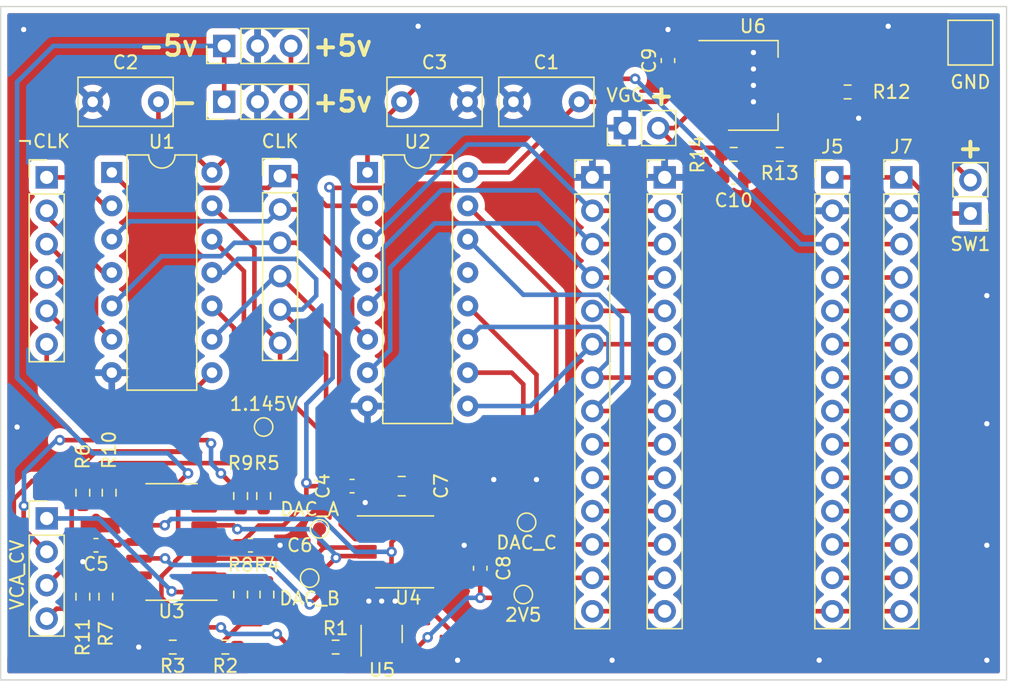
<source format=kicad_pcb>
(kicad_pcb (version 20211014) (generator pcbnew)
  (layers (0 "F.Cu" signal) (31 "B.Cu" signal) (34 "B.Paste" user) (35 "F.Paste" user) (36 "B.SilkS" user "B.Silkscreen") (37 "F.SilkS" user "F.Silkscreen") (38 "B.Mask" user) (39 "F.Mask" user) (44 "Edge.Cuts" user))
  (net 0 "")
  (net 1 "GND")
  (net 2 "+3V3")
  (net 3 "CLK1")
  (net 4 "CLK2")
  (net 5 "CLK3")
  (net 6 "CLK4")
  (net 7 "CLK5")
  (net 8 "CLK6")
  (net 9 "OUT1")
  (net 10 "OUT2")
  (net 11 "OUT3")
  (net 12 "OUT4")
  (net 13 "OUT5")
  (net 14 "OUT6")
  (net 15 "¬OUT1")
  (net 16 "¬OUT2")
  (net 17 "¬OUT3")
  (net 18 "¬OUT4")
  (net 19 "¬OUT5")
  (net 20 "¬OUT6")
  (net 21 "Net-(J2-Pad5)")
  (net 22 "Net-(J2-Pad9)")
  (net 23 "Net-(J2-Pad10)")
  (net 24 "Net-(J2-Pad11)")
  (net 25 "+5V")
  (net 26 "2V5")
  (net 27 "Net-(J2-Pad14)")
  (net 28 "Net-(J5-Pad1)")
  (net 29 "Net-(J5-Pad4)")
  (net 30 "Net-(J5-Pad5)")
  (net 31 "Net-(J5-Pad6)")
  (net 32 "Net-(J5-Pad7)")
  (net 33 "Net-(J5-Pad8)")
  (net 34 "Net-(J5-Pad9)")
  (net 35 "Net-(J5-Pad10)")
  (net 36 "Net-(J5-Pad11)")
  (net 37 "Net-(J5-Pad12)")
  (net 38 "Net-(J5-Pad13)")
  (net 39 "-5V")
  (net 40 "CS")
  (net 41 "MOSI")
  (net 42 "SCK")
  (net 43 "Net-(J9-Pad1)")
  (net 44 "Net-(J9-Pad2)")
  (net 45 "Net-(J9-Pad3)")
  (net 46 "Net-(J9-Pad4)")
  (net 47 "1.145V")
  (net 48 "Net-(R4-Pad2)")
  (net 49 "Net-(R5-Pad2)")
  (net 50 "Net-(R10-Pad1)")
  (net 51 "Net-(R11-Pad1)")
  (net 52 "/4.65V")
  (net 53 "Net-(R12-Pad2)")
  (net 54 "Net-(R13-Pad2)")
  (net 55 "Net-(U3-Pad3)")
  (net 61 "Net-(U3-Pad12)")
  (net 62 "Net-(U3-Pad10)")
  (net 63 "Net-(U3-Pad5)")
  (footprint "Resistor_SMD:R_0603_1608Metric_Pad0.98x0.95mm_HandSolder" (layer "F.Cu") (at 23 95.4125 90)
    (fp_text reference "R7")
    (fp_text value "10k")
  )
  (footprint "Capacitor_THT:C_Rect_L7.0mm_W3.5mm_P5.00mm" (layer "F.Cu") (at 59 57.75 180)
    (fp_text reference "C1")
    (fp_text value "100n")
  )
  (footprint "Capacitor_SMD:C_0603_1608Metric_Pad1.08x0.95mm_HandSolder" (layer "F.Cu") (at 41.725 87)
    (fp_text reference "C4")
    (fp_text value "100n")
  )
  (footprint "Package_TO_SOT_SMD:SOT-23" (layer "F.Cu") (at 43.975 98.25 90)
    (fp_text reference "U5")
    (fp_text value "TL431DBZ")
  )
  (footprint "Package_SO:TSSOP-16_4.4x5mm_P0.65mm" (layer "F.Cu") (at 45.725 92)
    (fp_text reference "U4")
    (fp_text value "AD5328BRUZ-REEL")
  )
  (footprint "Connector_PinHeader_2.54mm:PinHeader_1x03_P2.54mm_Vertical" (layer "F.Cu") (at 32 53.5 90)
    (fp_text reference "J8" hide)
    (fp_text value "PSU")
  )
  (footprint "Connector_PinHeader_2.54mm:PinHeader_1x04_P2.54mm_Vertical" (layer "F.Cu") (at 18.5 89.46)
    (fp_text reference "J9" hide)
    (fp_text value "VCA_CV")
  )
  (footprint "TestPoint:TestPoint_Pad_D1.0mm" (layer "F.Cu") (at 38.5 94)
    (fp_text reference "TP5")
    (fp_text value "DAC_B")
  )
  (footprint "TestPoint:TestPoint_Pad_D1.0mm" (layer "F.Cu") (at 39.25 90.25)
    (fp_text reference "TP2" hide)
    (fp_text value "DAC_A")
  )
  (footprint "Capacitor_THT:C_Rect_L7.0mm_W3.5mm_P5.00mm" (layer "F.Cu") (at 45.5 57.75)
    (fp_text reference "C3")
    (fp_text value "100n")
  )
  (footprint "Resistor_SMD:R_0603_1608Metric_Pad0.98x0.95mm_HandSolder" (layer "F.Cu") (at 33.25 87.75 90)
    (fp_text reference "R9")
    (fp_text value "5.6k")
  )
  (footprint "Capacitor_SMD:C_0603_1608Metric_Pad1.08x0.95mm_HandSolder" (layer "F.Cu") (at 70.75 63.5)
    (fp_text reference "C10")
    (fp_text value "1u")
  )
  (footprint "Resistor_SMD:R_0603_1608Metric_Pad0.98x0.95mm_HandSolder" (layer "F.Cu") (at 35 87.75 -90)
    (fp_text reference "R5")
    (fp_text value "10k")
  )
  (footprint "Connector_PinHeader_2.54mm:PinHeader_1x14_P2.54mm_Vertical" (layer "F.Cu") (at 65.5 63.5)
    (fp_text reference "J2" hide)
    (fp_text value "TeensyL")
  )
  (footprint "Capacitor_SMD:C_0603_1608Metric_Pad1.08x0.95mm_HandSolder" (layer "F.Cu") (at 22.25 91.5 180)
    (fp_text reference "C5")
    (fp_text value "100n")
  )
  (footprint "TestPoint:TestPoint_Pad_3.0x3.0mm" (layer "F.Cu") (at 88.75 53.25)
    (fp_text reference "TP7" hide)
    (fp_text value "GND")
  )
  (footprint "Connector_PinHeader_2.54mm:PinHeader_1x03_P2.54mm_Vertical" (layer "F.Cu") (at 32 57.75 90)
    (fp_text reference "J1" hide)
    (fp_text value "PSU")
  )
  (footprint "Resistor_SMD:R_0603_1608Metric_Pad0.98x0.95mm_HandSolder" (layer "F.Cu") (at 40.475 99.25)
    (fp_text reference "R1")
    (fp_text value "1k")
  )
  (footprint "Capacitor_SMD:C_0805_2012Metric_Pad1.18x1.45mm_HandSolder" (layer "F.Cu") (at 45.5 87 180)
    (fp_text reference "C7")
    (fp_text value "10u")
  )
  (footprint "Connector_PinHeader_2.54mm:PinHeader_1x06_P2.54mm_Vertical" (layer "F.Cu") (at 18.5 63.5)
    (fp_text reference "J4" hide)
    (fp_text value "¬CLK")
  )
  (footprint "TestPoint:TestPoint_Pad_D1.0mm" (layer "F.Cu") (at 55 89.75)
    (fp_text reference "TP4" hide)
    (fp_text value "DAC_C")
  )
  (footprint "Capacitor_SMD:C_0603_1608Metric_Pad1.08x0.95mm_HandSolder" (layer "F.Cu") (at 51.475 93.25 90)
    (fp_text reference "C8")
    (fp_text value "1u")
  )
  (footprint "Resistor_SMD:R_0603_1608Metric_Pad0.98x0.95mm_HandSolder" (layer "F.Cu") (at 23.25 87.5 90)
    (fp_text reference "R10")
    (fp_text value "5.6k")
  )
  (footprint "Connector_PinHeader_2.54mm:PinHeader_1x14_P2.54mm_Vertical" (layer "F.Cu") (at 78.25 63.5)
    (fp_text reference "J5")
    (fp_text value "TeensyR")
  )
  (footprint "Resistor_SMD:R_0603_1608Metric_Pad0.98x0.95mm_HandSolder" (layer "F.Cu") (at 28.0875 99.25 180)
    (fp_text reference "R3")
    (fp_text value "4.7k")
  )
  (footprint "Resistor_SMD:R_0603_1608Metric_Pad0.98x0.95mm_HandSolder" (layer "F.Cu") (at 32.0875 99.25 180)
    (fp_text reference "R2")
    (fp_text value "5.6k")
  )
  (footprint "Resistor_SMD:R_0603_1608Metric_Pad0.98x0.95mm_HandSolder" (layer "F.Cu") (at 21.25 87.5 -90)
    (fp_text reference "R6")
    (fp_text value "10k")
  )
  (footprint "Package_DIP:DIP-14_W7.62mm" (layer "F.Cu") (at 23.45 63.125)
    (fp_text reference "U1")
    (fp_text value "4069")
  )
  (footprint "Resistor_SMD:R_0603_1608Metric_Pad0.98x0.95mm_HandSolder" (layer "F.Cu") (at 33.25 95.25 -90)
    (fp_text reference "R8")
    (fp_text value "5.6k")
  )
  (footprint "Connector_PinHeader_2.54mm:PinHeader_1x14_P2.54mm_Vertical" (layer "F.Cu") (at 60 63.5)
    (fp_text reference "J6" hide)
    (fp_text value "TeensyL1")
  )
  (footprint "Resistor_SMD:R_0603_1608Metric_Pad0.98x0.95mm_HandSolder" (layer "F.Cu") (at 21.25 95.4125 -90)
    (fp_text reference "R11")
    (fp_text value "5.6k")
  )
  (footprint "TestPoint:TestPoint_Pad_D1.0mm" (layer "F.Cu") (at 54.75 95.25)
    (fp_text reference "TP1" hide)
    (fp_text value "2V5")
  )
  (footprint "Resistor_SMD:R_0603_1608Metric_Pad0.98x0.95mm_HandSolder" (layer "F.Cu") (at 35.25 95.25 90)
    (fp_text reference "R4")
    (fp_text value "10k")
  )
  (footprint "Package_TO_SOT_SMD:SOT-223-6" (layer "F.Cu") (at 72.25 56.5)
    (fp_text reference "U6")
    (fp_text value "MCP1826-ADJE/AT")
  )
  (footprint "Capacitor_SMD:C_0603_1608Metric_Pad1.08x0.95mm_HandSolder" (layer "F.Cu") (at 65.75 54.6125 90)
    (fp_text reference "C9")
    (fp_text value "1u")
  )
  (footprint "Resistor_SMD:R_0603_1608Metric_Pad0.98x0.95mm_HandSolder" (layer "F.Cu") (at 79.4125 57 180)
    (fp_text reference "R12")
    (fp_text value "15k")
  )
  (footprint "Capacitor_THT:C_Rect_L7.0mm_W3.5mm_P5.00mm" (layer "F.Cu") (at 27 57.75 180)
    (fp_text reference "C2")
    (fp_text value "100n")
  )
  (footprint "Resistor_SMD:R_0603_1608Metric_Pad0.98x0.95mm_HandSolder" (layer "F.Cu") (at 74.25 61.75 180)
    (fp_text reference "R13")
    (fp_text value "150k")
  )
  (footprint "Connector_PinHeader_2.54mm:PinHeader_1x02_P2.54mm_Vertical" (layer "F.Cu") (at 62.475 59.75 90)
    (fp_text reference "J10" hide)
    (fp_text value "VGG")
  )
  (footprint "TestPoint:TestPoint_Pad_D1.0mm" (layer "F.Cu") (at 35 82.5)
    (fp_text reference "TP6")
    (fp_text value "1.145V")
  )
  (footprint "Connector_PinHeader_2.54mm:PinHeader_1x06_P2.54mm_Vertical" (layer "F.Cu") (at 36.25 63.4)
    (fp_text reference "J3" hide)
    (fp_text value "CLK")
  )
  (footprint "Package_SO:SO-14_3.9x8.65mm_P1.27mm" (layer "F.Cu") (at 28 91.25 180)
    (fp_text reference "U3")
    (fp_text value "LM324")
  )
  (footprint "Resistor_SMD:R_0603_1608Metric_Pad0.98x0.95mm_HandSolder" (layer "F.Cu") (at 70.75 61.75 180)
    (fp_text reference "R14")
    (fp_text value "5.2k")
  )
  (footprint "Capacitor_SMD:C_0603_1608Metric_Pad1.08x0.95mm_HandSolder" (layer "F.Cu") (at 34 91.5)
    (fp_text reference "C6")
    (fp_text value "100n")
  )
  (footprint "Package_DIP:DIP-16_W7.62mm" (layer "F.Cu") (at 42.9 63.125)
    (fp_text reference "U2")
    (fp_text value "4010")
  )
  (footprint "Connector_PinHeader_2.54mm:PinHeader_1x14_P2.54mm_Vertical" (layer "F.Cu") (at 83.5 63.5)
    (fp_text reference "J7")
    (fp_text value "TeensyR1")
  )
  (footprint "Connector_PinHeader_2.54mm:PinHeader_1x02_P2.54mm_Vertical" (layer "F.Cu") (at 88.75 66.25 180)
    (fp_text reference "SW1")
    (fp_text value "Teensy Vin")
  )
  (gr_rect (start 15 50.5) (end 91.5 101.75) (layer "Edge.Cuts") (width 0.1) (fill none))
  (gr_text "+" (at 88.75 61.25) (layer "F.SilkS") (effects (font (size 1.5 1.5) (thickness 0.3))))
  (gr_text "+" (at 65.25 57.25) (layer "F.SilkS") (effects (font (size 1.5 1.5) (thickness 0.3))))
  (gr_text "+5v" (at 41 57.75) (layer "F.SilkS") (effects (font (size 1.5 1.5) (thickness 0.3))))
  (gr_text "+5v" (at 41 53.5) (layer "F.SilkS") (effects (font (size 1.5 1.5) (thickness 0.3))))
  (gr_text "-5v" (at 27.75 53.5) (layer "F.SilkS") (effects (font (size 1.5 1.5) (thickness 0.3))))
  (gr_text "-" (at 29 57.75) (layer "F.SilkS") (effects (font (size 1.5 1.5) (thickness 0.3))))
  (segment (start 78.25 66.04) (end 83.5 66.04) (width 0.35) (layer "F.Cu") (net 1))
  (segment (start 43.975 97.3125) (end 43.975 95.75) (width 0.35) (layer "F.Cu") (net 1))
  (segment (start 42.8625 89.725) (end 42.8625 88.3875) (width 0.35) (layer "F.Cu") (net 1))
  (segment (start 49.775 91.025) (end 48.5875 91.025) (width 0.35) (layer "F.Cu") (net 1))
  (segment (start 80.325 57) (end 80.325 58.925) (width 0.35) (layer "F.Cu") (net 1))
  (segment (start 69.1125 56.5) (end 72.25 56.5) (width 0.35) (layer "F.Cu") (net 1))
  (segment (start 21.3875 91.5) (end 21.3875 92.6125) (width 0.35) (layer "F.Cu") (net 1))
  (segment (start 27.175 99.25) (end 25.5 99.25) (width 0.35) (layer "F.Cu") (net 1))
  (segment (start 65.75 53.75) (end 65.75 52.25) (width 0.35) (layer "F.Cu") (net 1))
  (segment (start 60 63.5) (end 65.5 63.5) (width 0.35) (layer "F.Cu") (net 1))
  (segment (start 21.3875 92.6125) (end 21.25 92.75) (width 0.35) (layer "F.Cu") (net 1))
  (segment (start 50.25 91.5) (end 50.5875 91.5) (width 0.35) (layer "F.Cu") (net 1))
  (segment (start 50.5875 91.5) (end 51.475 92.3875) (width 0.35) (layer "F.Cu") (net 1))
  (segment (start 42.8625 88.3875) (end 42.725 88.25) (width 0.35) (layer "F.Cu") (net 1))
  (segment (start 80.325 58.925) (end 80.25 59) (width 0.35) (layer "F.Cu") (net 1))
  (segment (start 42.5875 87) (end 44.4625 87) (width 0.35) (layer "F.Cu") (net 1))
  (segment (start 34.8625 91.5) (end 36.25 91.5) (width 0.35) (layer "F.Cu") (net 1))
  (segment (start 42.5875 87) (end 42.5875 88.1125) (width 0.35) (layer "F.Cu") (net 1))
  (segment (start 42.5875 88.1125) (end 42.725 88.25) (width 0.35) (layer "F.Cu") (net 1))
  (segment (start 50.25 91.5) (end 49.775 91.025) (width 0.35) (layer "F.Cu") (net 1))
  (via (at 16.25 82.5) (size 0.8) (drill 0.4) (layers "F.Cu" "B.Cu") (net 1))
  (via (at 90 82.25) (size 0.8) (drill 0.4) (layers "F.Cu" "B.Cu") (net 1))
  (via (at 90 100.25) (size 0.8) (drill 0.4) (layers "F.Cu" "B.Cu") (net 1))
  (via (at 61.5 100.25) (size 0.8) (drill 0.4) (layers "F.Cu" "B.Cu") (net 1))
  (via (at 25.5 99.25) (size 0.8) (drill 0.4) (layers "F.Cu" "B.Cu") (net 1))
  (via (at 43.975 95.75) (size 0.8) (drill 0.4) (layers "F.Cu" "B.Cu") (net 1))
  (via (at 72.25 57.75) (size 0.8) (drill 0.4) (layers "F.Cu" "B.Cu") (net 1))
  (via (at 46.75 52) (size 0.8) (drill 0.4) (layers "F.Cu" "B.Cu") (net 1))
  (via (at 72.25 56.5) (size 0.8) (drill 0.4) (layers "F.Cu" "B.Cu") (net 1))
  (via (at 90 91.5) (size 0.8) (drill 0.4) (layers "F.Cu" "B.Cu") (net 1))
  (via (at 52.5 86.5) (size 0.8) (drill 0.4) (layers "F.Cu" "B.Cu") (net 1))
  (via (at 50.25 91.5) (size 0.8) (drill 0.4) (layers "F.Cu" "B.Cu") (net 1))
  (via (at 42.725 88.25) (size 0.8) (drill 0.4) (layers "F.Cu" "B.Cu") (net 1))
  (via (at 90 72.5) (size 0.8) (drill 0.4) (layers "F.Cu" "B.Cu") (net 1))
  (via (at 45 95.75) (size 0.8) (drill 0.4) (layers "F.Cu" "B.Cu") (net 1))
  (via (at 65.75 52.25) (size 0.8) (drill 0.4) (layers "F.Cu" "B.Cu") (net 1))
  (via (at 77.25 100.25) (size 0.8) (drill 0.4) (layers "F.Cu" "B.Cu") (net 1))
  (via (at 36.25 91.5) (size 0.8) (drill 0.4) (layers "F.Cu" "B.Cu") (net 1))
  (via (at 72.25 55.25) (size 0.8) (drill 0.4) (layers "F.Cu" "B.Cu") (net 1))
  (via (at 80.25 59) (size 0.8) (drill 0.4) (layers "F.Cu" "B.Cu") (net 1))
  (via (at 43 95.75) (size 0.8) (drill 0.4) (layers "F.Cu" "B.Cu") (net 1))
  (via (at 21.25 92.75) (size 0.8) (drill 0.4) (layers "F.Cu" "B.Cu") (net 1))
  (via (at 49.75 100.25) (size 0.8) (drill 0.4) (layers "F.Cu" "B.Cu") (net 1))
  (via (at 82.5 52) (size 0.8) (drill 0.4) (layers "F.Cu" "B.Cu") (net 1))
  (via (at 16.75 52.25) (size 0.8) (drill 0.4) (layers "F.Cu" "B.Cu") (net 1))
  (via (at 55.75 86.5) (size 0.8) (drill 0.4) (layers "F.Cu" "B.Cu") (net 1))
  (via (at 72.25 54) (size 0.8) (drill 0.4) (layers "F.Cu" "B.Cu") (net 1))
  (segment (start 47.25 56) (end 63.25 56) (width 0.35) (layer "F.Cu") (net 2))
  (segment (start 45.5 57.75) (end 47.25 56) (width 0.35) (layer "F.Cu") (net 2))
  (segment (start 78.25 68.58) (end 83.5 68.58) (width 0.35) (layer "F.Cu") (net 2))
  (segment (start 42.9 60.35) (end 45.5 57.75) (width 0.35) (layer "F.Cu") (net 2))
  (segment (start 42.9 63.125) (end 42.9 60.35) (width 0.35) (layer "F.Cu") (net 2))
  (via (at 63.25 56) (size 0.8) (drill 0.4) (layers "F.Cu" "B.Cu") (net 2))
  (segment (start 75.83 68.58) (end 78.25 68.58) (width 0.35) (layer "B.Cu") (net 2))
  (segment (start 63.25 56) (end 75.83 68.58) (width 0.35) (layer "B.Cu") (net 2))
  (segment (start 65.5 66.04) (end 60 66.04) (width 0.35) (layer "F.Cu") (net 3))
  (segment (start 50.5 61) (end 54.96 61) (width 0.35) (layer "B.Cu") (net 3))
  (segment (start 54.96 61) (end 60 66.04) (width 0.35) (layer "B.Cu") (net 3))
  (segment (start 43.295 68.205) (end 50.5 61) (width 0.35) (layer "B.Cu") (net 3))
  (segment (start 42.9 68.205) (end 43.295 68.205) (width 0.35) (layer "B.Cu") (net 3))
  (segment (start 60 68.58) (end 65.5 68.58) (width 0.35) (layer "F.Cu") (net 4))
  (segment (start 42.9 73.285) (end 44.074511 72.110489) (width 0.35) (layer "B.Cu") (net 4))
  (segment (start 44.074511 68.925489) (end 48.509511 64.490489) (width 0.35) (layer "B.Cu") (net 4))
  (segment (start 55.910489 64.490489) (end 60 68.58) (width 0.35) (layer "B.Cu") (net 4))
  (segment (start 48.509511 64.490489) (end 55.910489 64.490489) (width 0.35) (layer "B.Cu") (net 4))
  (segment (start 44.074511 72.110489) (end 44.074511 68.925489) (width 0.35) (layer "B.Cu") (net 4))
  (segment (start 65.5 71.12) (end 60 71.12) (width 0.35) (layer "F.Cu") (net 5))
  (segment (start 42.9 78.365) (end 44.624031 76.640969) (width 0.35) (layer "B.Cu") (net 5))
  (segment (start 44.624031 76.640969) (end 44.624031 70.375969) (width 0.35) (layer "B.Cu") (net 5))
  (segment (start 48 67) (end 55.88 67) (width 0.35) (layer "B.Cu") (net 5))
  (segment (start 44.624031 70.375969) (end 48 67) (width 0.35) (layer "B.Cu") (net 5))
  (segment (start 55.88 67) (end 60 71.12) (width 0.35) (layer "B.Cu") (net 5))
  (segment (start 60 76.2) (end 65.5 76.2) (width 0.35) (layer "F.Cu") (net 6))
  (segment (start 55.295 80.905) (end 60 76.2) (width 0.35) (layer "B.Cu") (net 6))
  (segment (start 50.52 80.905) (end 55.295 80.905) (width 0.35) (layer "B.Cu") (net 6))
  (segment (start 65.5 78.74) (end 60 78.74) (width 0.35) (layer "F.Cu") (net 7))
  (segment (start 51.460489 74.884511) (end 60.584991 74.884511) (width 0.35) (layer "B.Cu") (net 7))
  (segment (start 61.224511 77.515489) (end 60 78.74) (width 0.35) (layer "B.Cu") (net 7))
  (segment (start 61.224511 75.524031) (end 61.224511 77.515489) (width 0.35) (layer "B.Cu") (net 7))
  (segment (start 60.584991 74.884511) (end 61.224511 75.524031) (width 0.35) (layer "B.Cu") (net 7))
  (segment (start 50.52 75.825) (end 51.460489 74.884511) (width 0.35) (layer "B.Cu") (net 7))
  (segment (start 60 81.28) (end 65.5 81.28) (width 0.35) (layer "F.Cu") (net 8))
  (segment (start 62.25 79.03) (end 60 81.28) (width 0.35) (layer "B.Cu") (net 8))
  (segment (start 50.52 68.205) (end 54.750489 72.435489) (width 0.35) (layer "B.Cu") (net 8))
  (segment (start 62.25 74.178279) (end 62.25 79.03) (width 0.35) (layer "B.Cu") (net 8))
  (segment (start 60.50721 72.435489) (end 62.25 74.178279) (width 0.35) (layer "B.Cu") (net 8))
  (segment (start 54.750489 72.435489) (end 60.50721 72.435489) (width 0.35) (layer "B.Cu") (net 8))
  (segment (start 23.45 63.125) (end 24.624511 64.299511) (width 0.35) (layer "F.Cu") (net 9))
  (segment (start 37.5 63.4) (end 36.25 63.4) (width 0.35) (layer "F.Cu") (net 9))
  (segment (start 39.765 65.665) (end 37.5 63.4) (width 0.35) (layer "F.Cu") (net 9))
  (segment (start 42.9 65.665) (end 39.765 65.665) (width 0.35) (layer "F.Cu") (net 9))
  (segment (start 35.350489 64.299511) (end 36.25 63.4) (width 0.35) (layer "F.Cu") (net 9))
  (segment (start 24.624511 64.299511) (end 35.350489 64.299511) (width 0.35) (layer "F.Cu") (net 9))
  (segment (start 42.305 70.745) (end 42.9 70.745) (width 0.35) (layer "F.Cu") (net 10))
  (segment (start 37.5 65.94) (end 42.305 70.745) (width 0.35) (layer "F.Cu") (net 10))
  (segment (start 36.25 65.94) (end 37.5 65.94) (width 0.35) (layer "F.Cu") (net 10))
  (segment (start 23.45 68.205) (end 24.815489 66.839511) (width 0.35) (layer "B.Cu") (net 10))
  (segment (start 35.350489 66.839511) (end 36.25 65.94) (width 0.35) (layer "B.Cu") (net 10))
  (segment (start 24.815489 66.839511) (end 35.350489 66.839511) (width 0.35) (layer "B.Cu") (net 10))
  (segment (start 36.25 68.48) (end 37.5 68.48) (width 0.35) (layer "F.Cu") (net 11))
  (segment (start 41.725489 72.705489) (end 41.725489 74.650489) (width 0.35) (layer "F.Cu") (net 11))
  (segment (start 37.5 68.48) (end 41.725489 72.705489) (width 0.35) (layer "F.Cu") (net 11))
  (segment (start 41.725489 74.650489) (end 42.9 75.825) (width 0.35) (layer "F.Cu") (net 11))
  (segment (start 27.235 69.5) (end 31.75 69.5) (width 0.35) (layer "B.Cu") (net 11))
  (segment (start 31.75 69.5) (end 32.77 68.48) (width 0.35) (layer "B.Cu") (net 11))
  (segment (start 32.77 68.48) (end 36.25 68.48) (width 0.35) (layer "B.Cu") (net 11))
  (segment (start 23.45 73.285) (end 27.235 69.5) (width 0.35) (layer "B.Cu") (net 11))
  (segment (start 53.75 82.75) (end 54.75 81.75) (width 0.35) (layer "F.Cu") (net 12))
  (segment (start 42.25 82.75) (end 53.75 82.75) (width 0.35) (layer "F.Cu") (net 12))
  (segment (start 36.25 71.02) (end 40.75 75.52) (width 0.35) (layer "F.Cu") (net 12))
  (segment (start 53.865 78.365) (end 50.52 78.365) (width 0.35) (layer "F.Cu") (net 12))
  (segment (start 54.75 79.25) (end 53.865 78.365) (width 0.35) (layer "F.Cu") (net 12))
  (segment (start 54.75 81.75) (end 54.75 79.25) (width 0.35) (layer "F.Cu") (net 12))
  (segment (start 40.75 81.25) (end 42.25 82.75) (width 0.35) (layer "F.Cu") (net 12))
  (segment (start 40.75 75.52) (end 40.75 81.25) (width 0.35) (layer "F.Cu") (net 12))
  (segment (start 31.07 75.825) (end 35.875 71.02) (width 0.35) (layer "B.Cu") (net 12))
  (segment (start 35.875 71.02) (end 36.25 71.02) (width 0.35) (layer "B.Cu") (net 12))
  (segment (start 55.75 78.515) (end 50.52 73.285) (width 0.35) (layer "F.Cu") (net 13))
  (segment (start 54.5 83.5) (end 55.75 82.25) (width 0.35) (layer "F.Cu") (net 13))
  (segment (start 55.75 82.25) (end 55.75 78.515) (width 0.35) (layer "F.Cu") (net 13))
  (segment (start 39.75 81.75) (end 41.5 83.5) (width 0.35) (layer "F.Cu") (net 13))
  (segment (start 41.5 83.5) (end 54.5 83.5) (width 0.35) (layer "F.Cu") (net 13))
  (segment (start 39.75 77.06) (end 39.75 81.75) (width 0.35) (layer "F.Cu") (net 13))
  (segment (start 36.25 73.56) (end 39.75 77.06) (width 0.35) (layer "F.Cu") (net 13))
  (segment (start 33.045489 69.704511) (end 37.454511 69.704511) (width 0.35) (layer "B.Cu") (net 13))
  (segment (start 39 72.5) (end 37.94 73.56) (width 0.35) (layer "B.Cu") (net 13))
  (segment (start 31.07 70.745) (end 32.005 70.745) (width 0.35) (layer "B.Cu") (net 13))
  (segment (start 32.005 70.745) (end 33.045489 69.704511) (width 0.35) (layer "B.Cu") (net 13))
  (segment (start 37.454511 69.704511) (end 39 71.25) (width 0.35) (layer "B.Cu") (net 13))
  (segment (start 37.94 73.56) (end 36.25 73.56) (width 0.35) (layer "B.Cu") (net 13))
  (segment (start 39 71.25) (end 39 72.5) (width 0.35) (layer "B.Cu") (net 13))
  (segment (start 36.25 79.75) (end 41 84.5) (width 0.35) (layer "F.Cu") (net 14))
  (segment (start 34.29952 68.89452) (end 34.29952 74.14952) (width 0.35) (layer "F.Cu") (net 14))
  (segment (start 34.29952 74.14952) (end 36.25 76.1) (width 0.35) (layer "F.Cu") (net 14))
  (segment (start 31.07 65.665) (end 34.29952 68.89452) (width 0.35) (layer "F.Cu") (net 14))
  (segment (start 41 84.5) (end 55 84.5) (width 0.35) (layer "F.Cu") (net 14))
  (segment (start 55 84.5) (end 57.25 82.25) (width 0.35) (layer "F.Cu") (net 14))
  (segment (start 36.25 76.1) (end 36.25 79.75) (width 0.35) (layer "F.Cu") (net 14))
  (segment (start 57.25 82.25) (end 57.25 72.395) (width 0.35) (layer "F.Cu") (net 14))
  (segment (start 57.25 72.395) (end 50.52 65.665) (width 0.35) (layer "F.Cu") (net 14))
  (segment (start 22.915 65.665) (end 23.45 65.665) (width 0.35) (layer "F.Cu") (net 15))
  (segment (start 18.5 63.5) (end 20.75 63.5) (width 0.35) (layer "F.Cu") (net 15))
  (segment (start 20.75 63.5) (end 22.915 65.665) (width 0.35) (layer "F.Cu") (net 15))
  (segment (start 18.5 66.04) (end 18.5 66.44) (width 0.35) (layer "F.Cu") (net 16))
  (segment (start 18.5 66.44) (end 22.805 70.745) (width 0.35) (layer "F.Cu") (net 16))
  (segment (start 22.805 70.745) (end 23.45 70.745) (width 0.35) (layer "F.Cu") (net 16))
  (segment (start 18.58 68.58) (end 22.25 72.25) (width 0.35) (layer "F.Cu") (net 17))
  (segment (start 22.25 74.625) (end 23.45 75.825) (width 0.35) (layer "F.Cu") (net 17))
  (segment (start 22.25 72.25) (end 22.25 74.625) (width 0.35) (layer "F.Cu") (net 17))
  (segment (start 18.5 68.58) (end 18.58 68.58) (width 0.35) (layer "F.Cu") (net 17))
  (segment (start 21.5 73.25) (end 21.5 78.75) (width 0.35) (layer "F.Cu") (net 18))
  (segment (start 18.5 71.12) (end 19.37 71.12) (width 0.35) (layer "F.Cu") (net 18))
  (segment (start 23.25 80.5) (end 28.935 80.5) (width 0.35) (layer "F.Cu") (net 18))
  (segment (start 21.5 78.75) (end 23.25 80.5) (width 0.35) (layer "F.Cu") (net 18))
  (segment (start 19.37 71.12) (end 21.5 73.25) (width 0.35) (layer "F.Cu") (net 18))
  (segment (start 28.935 80.5) (end 31.07 78.365) (width 0.35) (layer "F.Cu") (net 18))
  (segment (start 20.25 75.41) (end 20.25 79.5) (width 0.35) (layer "F.Cu") (net 19))
  (segment (start 22 81.25) (end 30.75 81.25) (width 0.35) (layer "F.Cu") (net 19))
  (segment (start 30.75 81.25) (end 32.75 79.25) (width 0.35) (layer "F.Cu") (net 19))
  (segment (start 32.75 74.965) (end 31.07 73.285) (width 0.35) (layer "F.Cu") (net 19))
  (segment (start 20.25 79.5) (end 22 81.25) (width 0.35) (layer "F.Cu") (net 19))
  (segment (start 18.5 73.66) (end 20.25 75.41) (width 0.35) (layer "F.Cu") (net 19))
  (segment (start 32.75 79.25) (end 32.75 74.965) (width 0.35) (layer "F.Cu") (net 19))
  (segment (start 21.04952 82.29952) (end 30.977619 82.299519) (width 0.35) (layer "F.Cu") (net 20))
  (segment (start 30.977619 82.299519) (end 33.5 79.777138) (width 0.35) (layer "F.Cu") (net 20))
  (segment (start 33.5 70.635) (end 31.07 68.205) (width 0.35) (layer "F.Cu") (net 20))
  (segment (start 18.5 76.2) (end 18.5 79.75) (width 0.35) (layer "F.Cu") (net 20))
  (segment (start 18.5 79.75) (end 21.04952 82.29952) (width 0.35) (layer "F.Cu") (net 20))
  (segment (start 33.5 79.777138) (end 33.5 70.635) (width 0.35) (layer "F.Cu") (net 20))
  (segment (start 60 73.66) (end 65.5 73.66) (width 0.35) (layer "F.Cu") (net 21))
  (segment (start 65.5 83.82) (end 60 83.82) (width 0.35) (layer "F.Cu") (net 22))
  (segment (start 60 86.36) (end 65.5 86.36) (width 0.35) (layer "F.Cu") (net 23))
  (segment (start 65.5 88.9) (end 60 88.9) (width 0.35) (layer "F.Cu") (net 24))
  (segment (start 36.5 90) (end 34.6375 90) (width 0.35) (layer "F.Cu") (net 25))
  (segment (start 37.08 59.654022) (end 38.962989 61.537011) (width 0.35) (layer "F.Cu") (net 25))
  (segment (start 38.5 87) (end 40.8625 87) (width 0.35) (layer "F.Cu") (net 25))
  (segment (start 27 57.75) (end 27 59.055) (width 0.35) (layer "F.Cu") (net 25))
  (segment (start 34.6375 90) (end 33.1375 91.5) (width 0.35) (layer "F.Cu") (net 25))
  (segment (start 40.8625 87) (end 40.8625 89.934532) (width 0.35) (layer "F.Cu") (net 25))
  (segment (start 38.675978 61.25) (end 32.945 61.25) (width 0.35) (layer "F.Cu") (net 25))
  (segment (start 37.08 57.75) (end 37.08 59.654022) (width 0.35) (layer "F.Cu") (net 25))
  (segment (start 29.75 91.25) (end 28.274511 92.725489) (width 0.35) (layer "F.Cu") (net 25))
  (segment (start 41.725489 64.299511) (end 38.962989 61.537011) (width 0.35) (layer "F.Cu") (net 25))
  (segment (start 37.08 53.5) (end 37.08 57.75) (width 0.35) (layer "F.Cu") (net 25))
  (segment (start 59 57.75) (end 65.5 57.75) (width 0.35) (layer "F.Cu") (net 25))
  (segment (start 41.799511 64.299511) (end 40.049511 64.299511) (width 0.35) (layer "F.Cu") (net 25))
  (segment (start 41.952968 91.025) (end 42.8625 91.025) (width 0.35) (layer "F.Cu") (net 25))
  (segment (start 27.225489 93.869836) (end 27.225489 95.475489) (width 0.35) (layer "F.Cu") (net 25))
  (segment (start 40.049511 64.299511) (end 40 64.25) (width 0.35) (layer "F.Cu") (net 25))
  (segment (start 77.79 52.75) (end 88.75 63.71) (width 0.35) (layer "F.Cu") (net 25))
  (segment (start 65.75 55.475) (end 65.995 55.23) (width 0.35) (layer "F.Cu") (net 25))
  (segment (start 53.625 63.125) (end 45.249022 63.125) (width 0.35) (layer "F.Cu") (net 25))
  (segment (start 41.799511 64.299511) (end 41.725489 64.299511) (width 0.35) (layer "F.Cu") (net 25))
  (segment (start 45.75 85.75) (end 46.5375 86.5375) (width 0.35) (layer "F.Cu") (net 25))
  (segment (start 40.8625 87) (end 42.1125 85.75) (width 0.35) (layer "F.Cu") (net 25))
  (segment (start 38.25 88.25) (end 36.5 90) (width 0.35) (layer "F.Cu") (net 25))
  (segment (start 28.274511 92.725489) (end 28.274511 92.820814) (width 0.35) (layer "F.Cu") (net 25))
  (segment (start 68.02 55.23) (end 68.68 55.23) (width 0.35) (layer "F.Cu") (net 25))
  (segment (start 28.274511 92.820814) (end 27.225489 93.869836) (width 0.35) (layer "F.Cu") (net 25))
  (segment (start 29.5 97.75) (end 31.75 97.75) (width 0.35) (layer "F.Cu") (net 25))
  (segment (start 38.962989 61.537011) (end 38.675978 61.25) (width 0.35) (layer "F.Cu") (net 25))
  (segment (start 69.1125 53.96) (end 70.3225 52.75) (width 0.35) (layer "F.Cu") (net 25))
  (segment (start 37 99.25) (end 36 98.25) (width 0.35) (layer "F.Cu") (net 25))
  (segment (start 42.103928 91.025) (end 42.8625 91.025) (width 0.35) (layer "F.Cu") (net 25))
  (segment (start 59 57.75) (end 53.625 63.125) (width 0.35) (layer "F.Cu") (net 25))
  (segment (start 69.1125 55.23) (end 69.1125 53.96) (width 0.35) (layer "F.Cu") (net 25))
  (segment (start 44.074511 64.299511) (end 41.799511 64.299511) (width 0.35) (layer "F.Cu") (net 25))
  (segment (start 42.1125 85.75) (end 45.75 85.75) (width 0.35) (layer "F.Cu") (net 25))
  (segment (start 46.5375 86.5375) (end 46.5375 87) (width 0.35) (layer "F.Cu") (net 25))
  (segment (start 38.25 86.75) (end 38.5 87) (width 0.35) (layer "F.Cu") (net 25))
  (segment (start 27 59.055) (end 31.07 63.125) (width 0.35) (layer "F.Cu") (net 25))
  (segment (start 32.945 61.25) (end 31.07 63.125) (width 0.35) (layer "F.Cu") (net 25))
  (segment (start 45.249022 63.125) (end 44.074511 64.299511) (width 0.35) (layer "F.Cu") (net 25))
  (segment (start 38.25 86.75) (end 38.25 88.25) (width 0.35) (layer "F.Cu") (net 25))
  (segment (start 70.3225 52.75) (end 77.79 52.75) (width 0.35) (layer "F.Cu") (net 25))
  (segment (start 68.68 55.23) (end 69.1125 55.23) (width 0.35) (layer "F.Cu") (net 25))
  (segment (start 30.475 91.25) (end 29.75 91.25) (width 0.35) (layer "F.Cu") (net 25))
  (segment (start 39.5625 99.25) (end 37 99.25) (width 0.35) (layer "F.Cu") (net 25))
  (segment (start 40.8625 89.934532) (end 41.952968 91.025) (width 0.35) (layer "F.Cu") (net 25))
  (segment (start 32.8875 91.25) (end 33.1375 91.5) (width 0.35) (layer "F.Cu") (net 25))
  (segment (start 65.995 55.23) (end 68.68 55.23) (width 0.35) (layer "F.Cu") (net 25))
  (segment (start 27.225489 95.475489) (end 29.5 97.75) (width 0.35) (layer "F.Cu") (net 25))
  (segment (start 30.475 91.25) (end 32.8875 91.25) (width 0.35) (layer "F.Cu") (net 25))
  (segment (start 65.5 57.75) (end 68.02 55.23) (width 0.35) (layer "F.Cu") (net 25))
  (via (at 36 98.25) (size 0.8) (drill 0.4) (layers "F.Cu" "B.Cu") (net 25))
  (via (at 38.25 86.75) (size 0.8) (drill 0.4) (layers "F.Cu" "B.Cu") (net 25))
  (via (at 40 64.25) (size 0.8) (drill 0.4) (layers "F.Cu" "B.Cu") (net 25))
  (via (at 31.75 97.75) (size 0.8) (drill 0.4) (layers "F.Cu" "B.Cu") (net 25))
  (segment (start 38.25 80.75) (end 40.25 78.75) (width 0.35) (layer "B.Cu") (net 25))
  (segment (start 40.25 78.75) (end 40.25 64.5) (width 0.35) (layer "B.Cu") (net 25))
  (segment (start 32.25 98.25) (end 36 98.25) (width 0.35) (layer "B.Cu") (net 25))
  (segment (start 31.75 97.75) (end 32.25 98.25) (width 0.35) (layer "B.Cu") (net 25))
  (segment (start 38.25 86.75) (end 38.25 80.75) (width 0.35) (layer "B.Cu") (net 25))
  (segment (start 40.25 64.5) (end 40 64.25) (width 0.35) (layer "B.Cu") (net 25))
  (segment (start 51.475 95.5) (end 51.475 94.1125) (width 0.35) (layer "F.Cu") (net 26))
  (segment (start 54.5 95.5) (end 54.75 95.25) (width 0.35) (layer "F.Cu") (net 26))
  (segment (start 42.8375 94.25) (end 42.8625 94.275) (width 0.35) (layer "F.Cu") (net 26))
  (segment (start 41.725 94.5) (end 41.725 98.9125) (width 0.35) (layer "F.Cu") (net 26))
  (segment (start 41.45 99.1875) (end 41.3875 99.25) (width 0.35) (layer "F.Cu") (net 26))
  (segment (start 44.925 99.1875) (end 46.7875 99.1875) (width 0.35) (layer "F.Cu") (net 26))
  (segment (start 41.725 98.9125) (end 41.3875 99.25) (width 0.35) (layer "F.Cu") (net 26))
  (segment (start 43.025 99.1875) (end 44.925 99.1875) (width 0.35) (layer "F.Cu") (net 26))
  (segment (start 41.975 94.25) (end 42.8375 94.25) (width 0.35) (layer "F.Cu") (net 26))
  (segment (start 34.25 100.5) (end 33 99.25) (width 0.35) (layer "F.Cu") (net 26))
  (segment (start 41.725 94.5) (end 41.975 94.25) (width 0.35) (layer "F.Cu") (net 26))
  (segment (start 40.725 100.5) (end 34.25 100.5) (width 0.35) (layer "F.Cu") (net 26))
  (segment (start 46.7875 99.1875) (end 47.475 98.5) (width 0.35) (layer "F.Cu") (net 26))
  (segment (start 41.3875 99.8375) (end 40.725 100.5) (width 0.35) (layer "F.Cu") (net 26))
  (segment (start 51.475 95.5) (end 54.5 95.5) (width 0.35) (layer "F.Cu") (net 26))
  (segment (start 41.3875 99.25) (end 41.3875 99.8375) (width 0.35) (layer "F.Cu") (net 26))
  (segment (start 43.025 99.1875) (end 41.45 99.1875) (width 0.35) (layer "F.Cu") (net 26))
  (via (at 47.475 98.5) (size 0.8) (drill 0.4) (layers "F.Cu" "B.Cu") (net 26))
  (via (at 51.475 95.5) (size 0.8) (drill 0.4) (layers "F.Cu" "B.Cu") (net 26))
  (segment (start 50.475 95.5) (end 51.475 95.5) (width 0.35) (layer "B.Cu") (net 26))
  (segment (start 47.475 98.5) (end 50.475 95.5) (width 0.35) (layer "B.Cu") (net 26))
  (segment (start 60 96.52) (end 65.5 96.52) (width 0.35) (layer "F.Cu") (net 27))
  (segment (start 86.75 66.25) (end 88.75 66.25) (width 0.35) (layer "F.Cu") (net 28))
  (segment (start 78.25 63.5) (end 83.5 63.5) (width 0.35) (layer "F.Cu") (net 28))
  (segment (start 84 63.5) (end 86.75 66.25) (width 0.35) (layer "F.Cu") (net 28))
  (segment (start 83.5 63.5) (end 84 63.5) (width 0.35) (layer "F.Cu") (net 28))
  (segment (start 78.25 71.12) (end 83.5 71.12) (width 0.35) (layer "F.Cu") (net 29))
  (segment (start 78.25 73.66) (end 83.5 73.66) (width 0.35) (layer "F.Cu") (net 30))
  (segment (start 78.25 76.2) (end 83.5 76.2) (width 0.35) (layer "F.Cu") (net 31))
  (segment (start 78.25 78.74) (end 83.5 78.74) (width 0.35) (layer "F.Cu") (net 32))
  (segment (start 78.25 81.28) (end 83.5 81.28) (width 0.35) (layer "F.Cu") (net 33))
  (segment (start 78.25 83.82) (end 83.5 83.82) (width 0.35) (layer "F.Cu") (net 34))
  (segment (start 78.25 86.36) (end 83.5 86.36) (width 0.35) (layer "F.Cu") (net 35))
  (segment (start 78.25 88.9) (end 83.5 88.9) (width 0.35) (layer "F.Cu") (net 36))
  (segment (start 78.25 91.44) (end 83.5 91.44) (width 0.35) (layer "F.Cu") (net 37))
  (segment (start 78.25 93.98) (end 83.5 93.98) (width 0.35) (layer "F.Cu") (net 38))
  (segment (start 28.5 90.75) (end 28 91.25) (width 0.35) (layer "F.Cu") (net 39))
  (segment (start 32 53.5) (end 32 57.75) (width 0.35) (layer "F.Cu") (net 39))
  (segment (start 28.5 86.7745) (end 28.5 90.75) (width 0.35) (layer "F.Cu") (net 39))
  (segment (start 29.25 86.0245) (end 28.5 86.7745) (width 0.35) (layer "F.Cu") (net 39))
  (segment (start 23.1125 91.5) (end 24 91.5) (width 0.35) (layer "F.Cu") (net 39))
  (segment (start 24.25 91.25) (end 25.525 91.25) (width 0.35) (layer "F.Cu") (net 39))
  (segment (start 24 91.5) (end 24.25 91.25) (width 0.35) (layer "F.Cu") (net 39))
  (segment (start 28 91.25) (end 25.525 91.25) (width 0.35) (layer "F.Cu") (net 39))
  (via (at 29.25 86.0245) (size 0.8) (drill 0.4) (layers "F.Cu" "B.Cu") (net 39))
  (segment (start 29.25 86.0245) (end 27.7255 84.5) (width 0.35) (layer "B.Cu") (net 39))
  (segment (start 22 84.5) (end 16.25 78.75) (width 0.35) (layer "B.Cu") (net 39))
  (segment (start 16.25 56.25) (end 19 53.5) (width 0.35) (layer "B.Cu") (net 39))
  (segment (start 16.25 78.75) (end 16.25 56.25) (width 0.35) (layer "B.Cu") (net 39))
  (segment (start 19 53.5) (end 32 53.5) (width 0.35) (layer "B.Cu") (net 39))
  (segment (start 27.7255 84.5) (end 22 84.5) (width 0.35) (layer "B.Cu") (net 39))
  (segment (start 42.8625 90.375) (end 44.35 90.375) (width 0.35) (layer "F.Cu") (net 40))
  (segment (start 60 91.44) (end 65.5 91.44) (width 0.35) (layer "F.Cu") (net 40))
  (segment (start 44.35 90.375) (end 46.225 88.5) (width 0.35) (layer "F.Cu") (net 40))
  (segment (start 46.225 88.5) (end 55.5 88.5) (width 0.35) (layer "F.Cu") (net 40))
  (segment (start 58.44 91.44) (end 60 91.44) (width 0.35) (layer "F.Cu") (net 40))
  (segment (start 55.5 88.5) (end 58.44 91.44) (width 0.35) (layer "F.Cu") (net 40))
  (segment (start 57.52 93.98) (end 60 93.98) (width 0.35) (layer "F.Cu") (net 41))
  (segment (start 53.915 90.375) (end 57.52 93.98) (width 0.35) (layer "F.Cu") (net 41))
  (segment (start 48.5875 90.375) (end 53.915 90.375) (width 0.35) (layer "F.Cu") (net 41))
  (segment (start 65.5 93.98) (end 60 93.98) (width 0.35) (layer "F.Cu") (net 41))
  (segment (start 69.23 96.52) (end 67.5 98.25) (width 0.35) (layer "F.Cu") (net 42))
  (segment (start 78.25 96.52) (end 83.5 96.52) (width 0.35) (layer "F.Cu") (net 42))
  (segment (start 46.475 90.5) (end 47.25 89.725) (width 0.35) (layer "F.Cu") (net 42))
  (segment (start 46.475 95.25) (end 46.475 90.5) (width 0.35) (layer "F.Cu") (net 42))
  (segment (start 47.25 89.725) (end 48.5875 89.725) (width 0.35) (layer "F.Cu") (net 42))
  (segment (start 78.25 96.52) (end 69.23 96.52) (width 0.35) (layer "F.Cu") (net 42))
  (segment (start 49.475 98.25) (end 46.475 95.25) (width 0.35) (layer "F.Cu") (net 42))
  (segment (start 67.5 98.25) (end 49.475 98.25) (width 0.35) (layer "F.Cu") (net 42))
  (segment (start 32.6625 96.1625) (end 33.25 96.1625) (width 0.35) (layer "F.Cu") (net 43))
  (segment (start 30.475 95.06) (end 28.06 95.06) (width 0.35) (layer "F.Cu") (net 43))
  (segment (start 31.56 95.06) (end 32.6625 96.1625) (width 0.35) (layer "F.Cu") (net 43))
  (segment (start 30.475 95.06) (end 31.56 95.06) (width 0.35) (layer "F.Cu") (net 43))
  (segment (start 28.06 95.06) (end 28 95) (width 0.35) (layer "F.Cu") (net 43))
  (via (at 28 95) (size 0.8) (drill 0.4) (layers "F.Cu" "B.Cu") (net 43))
  (segment (start 22.46 89.46) (end 18.5 89.46) (width 0.35) (layer "B.Cu") (net 43))
  (segment (start 28 95) (end 22.46 89.46) (width 0.35) (layer "B.Cu") (net 43))
  (segment (start 18.5 92) (end 16.75 90.25) (width 0.35) (layer "F.Cu") (net 44))
  (segment (start 32.4755 86.75) (end 32.5 86.75) (width 0.35) (layer "F.Cu") (net 44))
  (segment (start 33.1625 86.75) (end 33.25 86.8375) (width 0.35) (layer "F.Cu") (net 44))
  (segment (start 32.5 86.75) (end 33.1625 86.75) (width 0.35) (layer "F.Cu") (net 44))
  (segment (start 31.75 86.0245) (end 32.4755 86.75) (width 0.35) (layer "F.Cu") (net 44))
  (segment (start 16.75 88.5) (end 16.7745 88.5) (width 0.35) (layer "F.Cu") (net 44))
  (segment (start 16.75 90.25) (end 16.75 88.5) (width 0.35) (layer "F.Cu") (net 44))
  (segment (start 30.75 83.5) (end 31 83.75) (width 0.35) (layer "F.Cu") (net 44))
  (segment (start 30.475 87.44) (end 31.81 87.44) (width 0.35) (layer "F.Cu") (net 44))
  (segment (start 31.81 87.44) (end 32.5 86.75) (width 0.35) (layer "F.Cu") (net 44))
  (segment (start 19.5 83.5) (end 30.75 83.5) (width 0.35) (layer "F.Cu") (net 44))
  (via (at 31 83.75) (size 0.8) (drill 0.4) (layers "F.Cu" "B.Cu") (net 44))
  (via (at 31.75 86.0245) (size 0.8) (drill 0.4) (layers "F.Cu" "B.Cu") (net 44))
  (via (at 19.5 83.5) (size 0.8) (drill 0.4) (layers "F.Cu" "B.Cu") (net 44))
  (via (at 16.7745 88.5) (size 0.8) (drill 0.4) (layers "F.Cu" "B.Cu") (net 44))
  (segment (start 16.7745 88.5) (end 16.7745 85.9755) (width 0.35) (layer "B.Cu") (net 44))
  (segment (start 31 85.2745) (end 31 83.75) (width 0.35) (layer "B.Cu") (net 44))
  (segment (start 31.75 86.0245) (end 31 85.2745) (width 0.35) (layer "B.Cu") (net 44))
  (segment (start 19.25 83.5) (end 19.5 83.5) (width 0.35) (layer "B.Cu") (net 44))
  (segment (start 16.7745 85.9755) (end 19.25 83.5) (width 0.35) (layer "B.Cu") (net 44))
  (segment (start 24.5 87.5) (end 25.465 87.5) (width 0.35) (layer "F.Cu") (net 45))
  (segment (start 24.5 87.5) (end 20.809474 87.5) (width 0.35) (layer "F.Cu") (net 45))
  (segment (start 20.809474 87.5) (end 20.40048 87.908994) (width 0.35) (layer "F.Cu") (net 45))
  (segment (start 23.25 86.5875) (end 23.5875 86.5875) (width 0.35) (layer "F.Cu") (net 45))
  (segment (start 25.465 87.5) (end 25.525 87.44) (width 0.35) (layer "F.Cu") (net 45))
  (segment (start 20.40048 87.908994) (end 20.40048 92.63952) (width 0.35) (layer "F.Cu") (net 45))
  (segment (start 23.5875 86.5875) (end 24.5 87.5) (width 0.35) (layer "F.Cu") (net 45))
  (segment (start 20.40048 92.63952) (end 18.5 94.54) (width 0.35) (layer "F.Cu") (net 45))
  (segment (start 21.25 96.325) (end 19.255 96.325) (width 0.35) (layer "F.Cu") (net 46))
  (segment (start 22.21298 95.36202) (end 21.25 96.325) (width 0.35) (layer "F.Cu") (net 46))
  (segment (start 24.13798 95.36202) (end 22.21298 95.36202) (width 0.35) (layer "F.Cu") (net 46))
  (segment (start 19.255 96.325) (end 18.5 97.08) (width 0.35) (layer "F.Cu") (net 46))
  (segment (start 24.44 95.06) (end 25.525 95.06) (width 0.35) (layer "F.Cu") (net 46))
  (segment (start 24.44 95.06) (end 24.13798 95.36202) (width 0.35) (layer "F.Cu") (net 46))
  (segment (start 16 88) (end 16 99.25) (width 0.35) (layer "F.Cu") (net 47))
  (segment (start 16.75 100) (end 19.75 100) (width 0.35) (layer "F.Cu") (net 47))
  (segment (start 34 83.5) (end 34 85.25) (width 0.35) (layer "F.Cu") (net 47))
  (segment (start 17.4125 86.5875) (end 16 88) (width 0.35) (layer "F.Cu") (net 47))
  (segment (start 35 86.8375) (end 35 86.25) (width 0.35) (layer "F.Cu") (net 47))
  (segment (start 31.5 99.25) (end 33.25 97.5) (width 0.35) (layer "F.Cu") (net 47))
  (segment (start 21.25 86.5875) (end 17.4125 86.5875) (width 0.35) (layer "F.Cu") (net 47))
  (segment (start 26.075 96.325) (end 29 99.25) (width 0.35) (layer "F.Cu") (net 47))
  (segment (start 34.75 97.5) (end 35.25 97) (width 0.35) (layer "F.Cu") (net 47))
  (segment (start 33.25 97.5) (end 34.75 97.5) (width 0.35) (layer "F.Cu") (net 47))
  (segment (start 16 99.25) (end 16.75 100) (width 0.35) (layer "F.Cu") (net 47))
  (segment (start 35 82.5) (end 34 83.5) (width 0.35) (layer "F.Cu") (net 47))
  (segment (start 31.175 99.25) (end 31.5 99.25) (width 0.35) (layer "F.Cu") (net 47))
  (segment (start 22.5875 85.25) (end 21.25 86.5875) (width 0.35) (layer "F.Cu") (net 47))
  (segment (start 19.75 100) (end 23 96.75) (width 0.35) (layer "F.Cu") (net 47))
  (segment (start 35.25 97) (end 35.25 96.1625) (width 0.35) (layer "F.Cu") (net 47))
  (segment (start 34 85.25) (end 22.5875 85.25) (width 0.35) (layer "F.Cu") (net 47))
  (segment (start 23 96.75) (end 23 96.325) (width 0.35) (layer "F.Cu") (net 47))
  (segment (start 35 86.25) (end 34 85.25) (width 0.35) (layer "F.Cu") (net 47))
  (segment (start 23 96.325) (end 26.075 96.325) (width 0.35) (layer "F.Cu") (net 47))
  (segment (start 29 99.25) (end 31.175 99.25) (width 0.35) (layer "F.Cu") (net 47))
  (segment (start 35.25 94.3375) (end 33.25 94.3375) (width 0.35) (layer "F.Cu") (net 48))
  (segment (start 30.515 93.75) (end 30.475 93.79) (width 0.35) (layer "F.Cu") (net 48))
  (segment (start 33.25 94.3375) (end 32.5875 94.3375) (width 0.35) (layer "F.Cu") (net 48))
  (segment (start 32 93.75) (end 30.515 93.75) (width 0.35) (layer "F.Cu") (net 48))
  (segment (start 32.5875 94.3375) (end 32 93.75) (width 0.35) (layer "F.Cu") (net 48))
  (segment (start 33.25 88.6625) (end 30.5225 88.6625) (width 0.35) (layer "F.Cu") (net 49))
  (segment (start 30.5225 88.6625) (end 30.475 88.71) (width 0.35) (layer "F.Cu") (net 49))
  (segment (start 35 88.6625) (end 33.25 88.6625) (width 0.35) (layer "F.Cu") (net 49))
  (segment (start 23.25 88.4125) (end 23.9125 88.4125) (width 0.35) (layer "F.Cu") (net 50))
  (segment (start 23.9125 88.4125) (end 24.25 88.75) (width 0.35) (layer "F.Cu") (net 50))
  (segment (start 25.485 88.75) (end 25.525 88.71) (width 0.35) (layer "F.Cu") (net 50))
  (segment (start 24.25 88.75) (end 25.485 88.75) (width 0.35) (layer "F.Cu") (net 50))
  (segment (start 21.25 88.4125) (end 23.25 88.4125) (width 0.35) (layer "F.Cu") (net 50))
  (segment (start 21.5 94.3375) (end 23.25 94.3375) (width 0.35) (layer "F.Cu") (net 51))
  (segment (start 23.4125 94.3375) (end 24 93.75) (width 0.35) (layer "F.Cu") (net 51))
  (segment (start 23.25 94.3375) (end 23.4125 94.3375) (width 0.35) (layer "F.Cu") (net 51))
  (segment (start 24 93.75) (end 25.485 93.75) (width 0.35) (layer "F.Cu") (net 51))
  (segment (start 25.485 93.75) (end 25.525 93.79) (width 0.35) (layer "F.Cu") (net 51))
  (segment (start 65.015 59.75) (end 66.515 61.25) (width 0.35) (layer "F.Cu") (net 52))
  (segment (start 69.3375 61.25) (end 69.8375 61.75) (width 0.35) (layer "F.Cu") (net 52))
  (segment (start 69.8375 63.45) (end 69.8875 63.5) (width 0.35) (layer "F.Cu") (net 52))
  (segment (start 69.8375 61.75) (end 69.8375 63.45) (width 0.35) (layer "F.Cu") (net 52))
  (segment (start 69.1125 57.77) (end 68.233478 57.77) (width 0.35) (layer "F.Cu") (net 52))
  (segment (start 68.233478 57.77) (end 66.253478 59.75) (width 0.35) (layer "F.Cu") (net 52))
  (segment (start 66.253478 59.75) (end 65.015 59.75) (width 0.35) (layer "F.Cu") (net 52))
  (segment (start 66.515 61.25) (end 69.3375 61.25) (width 0.35) (layer "F.Cu") (net 52))
  (segment (start 69.1125 59.04) (end 72.4525 59.04) (width 0.35) (layer "F.Cu") (net 53))
  (segment (start 72.4525 59.04) (end 75.1625 61.75) (width 0.35) (layer "F.Cu") (net 53))
  (segment (start 78.5 58.4125) (end 75.1625 61.75) (width 0.35) (layer "F.Cu") (net 53))
  (segment (start 78.5 57) (end 78.5 58.4125) (width 0.35) (layer "F.Cu") (net 53))
  (segment (start 71.6625 61.75) (end 73.3375 61.75) (width 0.35) (layer "F.Cu") (net 54))
  (segment (start 38.73 92.52) (end 30.475 92.52) (width 0.35) (layer "F.Cu") (net 55))
  (segment (start 39.575 91.675) (end 38.73 92.52) (width 0.35) (layer "F.Cu") (net 55))
  (segment (start 42.8625 91.675) (end 39.575 91.675) (width 0.35) (layer "F.Cu") (net 55))
  (segment (start 39.25 90.25) (end 39.25 91.35) (width 0.35) (layer "F.Cu") (net 55))
  (segment (start 39.25 91.35) (end 39.575 91.675) (width 0.35) (layer "F.Cu") (net 55))
  (segment (start 25.545 92.5) (end 25.525 92.52) (width 0.35) (layer "F.Cu") (net 61))
  (segment (start 38.5 96) (end 40.875 93.625) (width 0.35) (layer "F.Cu") (net 61))
  (segment (start 27.5 92.5) (end 25.545 92.5) (width 0.35) (layer "F.Cu") (net 61))
  (segment (start 40.875 93.625) (end 42.8625 93.625) (width 0.35) (layer "F.Cu") (net 61))
  (via (at 27.5 92.5) (size 0.8) (drill 0.4) (layers "F.Cu" "B.Cu") (net 61))
  (via (at 38.5 96) (size 0.8) (drill 0.4) (layers "F.Cu" "B.Cu") (net 61))
  (segment (start 38.5 96) (end 35.5 93) (width 0.35) (layer "B.Cu") (net 61))
  (segment (start 35.5 93) (end 28 93) (width 0.35) (layer "B.Cu") (net 61))
  (segment (start 28 93) (end 27.5 92.5) (width 0.35) (layer "B.Cu") (net 61))
  (segment (start 44.725 93) (end 42.8875 93) (width 0.35) (layer "F.Cu") (net 62))
  (segment (start 44.725 92) (end 44.725 93) (width 0.35) (layer "F.Cu") (net 62))
  (segment (start 46.84952 89.15048) (end 54.40048 89.15048) (width 0.35) (layer "F.Cu") (net 62))
  (segment (start 42.8875 93) (end 42.8625 92.975) (width 0.35) (layer "F.Cu") (net 62))
  (segment (start 44.725 91.275) (end 46.84952 89.15048) (width 0.35) (layer "F.Cu") (net 62))
  (segment (start 54.40048 89.15048) (end 55 89.75) (width 0.35) (layer "F.Cu") (net 62))
  (segment (start 44.725 92) (end 44.725 91.275) (width 0.35) (layer "F.Cu") (net 62))
  (segment (start 25.525 89.98) (end 27.48 89.98) (width 0.35) (layer "F.Cu") (net 62))
  (via (at 44.725 92) (size 0.8) (drill 0.4) (layers "F.Cu" "B.Cu") (net 62))
  (via (at 27.48 89.98) (size 0.8) (drill 0.4) (layers "F.Cu" "B.Cu") (net 62))
  (segment (start 39.475 89.5) (end 27.96 89.5) (width 0.35) (layer "B.Cu") (net 62))
  (segment (start 41.975 92) (end 39.475 89.5) (width 0.35) (layer "B.Cu") (net 62))
  (segment (start 27.96 89.5) (end 27.48 89.98) (width 0.35) (layer "B.Cu") (net 62))
  (segment (start 44.725 92) (end 41.975 92) (width 0.35) (layer "B.Cu") (net 62))
  (segment (start 40.6245 92.325) (end 40.5 92.4495) (width 0.35) (layer "F.Cu") (net 63))
  (segment (start 32.7055 89.98) (end 33 90.2745) (width 0.35) (layer "F.Cu") (net 63))
  (segment (start 38.5 94) (end 38.9495 94) (width 0.35) (layer "F.Cu") (net 63))
  (segment (start 42.8625 92.325) (end 40.6245 92.325) (width 0.35) (layer "F.Cu") (net 63))
  (segment (start 38.9495 94) (end 40.5 92.4495) (width 0.35) (layer "F.Cu") (net 63))
  (segment (start 30.475 89.98) (end 32.7055 89.98) (width 0.35) (layer "F.Cu") (net 63))
  (via (at 40.5 92.4495) (size 0.8) (drill 0.4) (layers "F.Cu" "B.Cu") (net 63))
  (via (at 33 90.2745) (size 0.8) (drill 0.4) (layers "F.Cu" "B.Cu") (net 63))
  (segment (start 33 90.2745) (end 38.5245 90.2745) (width 0.35) (layer "B.Cu") (net 63))
  (segment (start 38.5245 90.2745) (end 40.5 92.25) (width 0.35) (layer "B.Cu") (net 63))
  (zone (net 1) (net_name "GND") (layers F&B.Cu) (connect_pads (clearance 0.508)) (min_thickness 0.254) (fill yes (thermal_gap 0.508) (thermal_bridge_width 0.508))
    (polygon (pts (xy 91.44 101.6) (xy 15.24 101.6) (xy 15.24 50.8) (xy 91.44 50.8)))
  )
)
</source>
